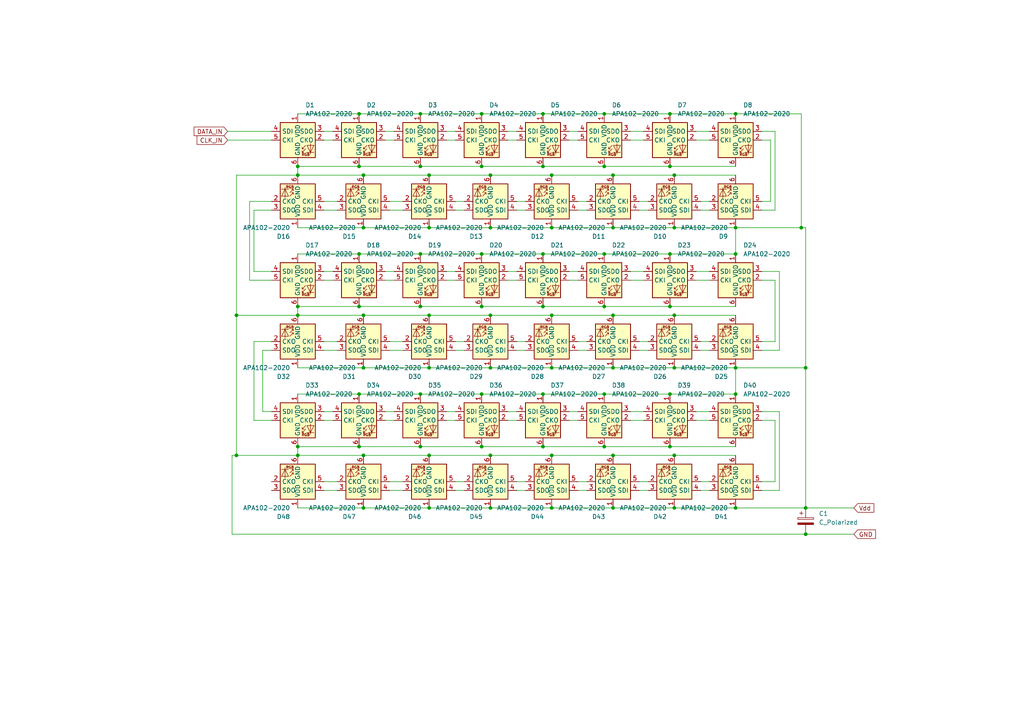
<source format=kicad_sch>
(kicad_sch (version 20230121) (generator eeschema)
  (paper "A4")
  (lib_symbols
    (symbol "Device:C_Polarized" (pin_numbers hide) (pin_names (offset 0.254))
      (property "Reference" "C" (at 0.635 2.54 0))
      (property "Value" "C_Polarized" (at 0.635 -2.54 0))
      (symbol "C_Polarized_0_1"
        (rectangle (start -2.286 0.508) (end 2.286 1.016))
        (polyline (pts (xy -1.778 2.286) (xy -0.762 2.286)))
        (polyline (pts (xy -1.27 2.794) (xy -1.27 1.778)))
        (rectangle (start 2.286 -0.508) (end -2.286 -1.016) (fill (type outline)))
      )
      (symbol "C_Polarized_1_1"
        (pin passive line (at 0 3.81 270) (length 2.794) (name "~") (number "1"))
        (pin passive line (at 0 -3.81 90) (length 2.794) (name "~") (number "2"))
      )
    )
    (symbol "LED:APA102-2020"
      (property "Reference" "D" (at 5.08 5.715 0))
      (property "Value" "APA102-2020" (at 1.27 -5.715 0))
      (symbol "APA102-2020_0_0"
        (text "RGB" (at 2.286 -4.191 0) (effects (font (size 0.762 0.762))))
      )
      (symbol "APA102-2020_0_1"
        (polyline (pts (xy 1.27 -3.556) (xy 1.778 -3.556)))
        (polyline (pts (xy 1.27 -2.54) (xy 1.778 -2.54)))
        (polyline (pts (xy 4.699 -3.556) (xy 2.667 -3.556)))
        (polyline (pts (xy 2.286 -2.54) (xy 1.27 -3.556) (xy 1.27 -3.048)))
        (polyline (pts (xy 2.286 -1.524) (xy 1.27 -2.54) (xy 1.27 -2.032)))
        (polyline (pts (xy 3.683 -1.016) (xy 3.683 -3.556) (xy 3.683 -4.064)))
        (polyline (pts (xy 4.699 -1.524) (xy 2.667 -1.524) (xy 3.683 -3.556) (xy 4.699 -1.524)))
        (rectangle (start 5.08 5.08) (end -5.08 -5.08) (stroke (width 0.254)) (fill (type background)))
      )
      (symbol "APA102-2020_1_1"
        (pin power_in line (at 0 7.62 270) (length 2.54) (name "VDD") (number "1"))
        (pin output line (at 7.62 0 180) (length 2.54) (name "CKO") (number "2"))
        (pin output line (at 7.62 2.54 180) (length 2.54) (name "SDO") (number "3"))
        (pin input line (at -7.62 2.54 0) (length 2.54) (name "SDI") (number "4"))
        (pin input line (at -7.62 0 0) (length 2.54) (name "CKI") (number "5"))
        (pin power_in line (at 0 -7.62 90) (length 2.54) (name "GND") (number "6"))
      )
    )
  )
  (junction (at 142.24 50.8))
  (junction (at 104.14 33.02))
  (junction (at 195.58 106.68))
  (junction (at 177.8 91.44))
  (junction (at 157.48 48.26))
  (junction (at 105.41 91.44))
  (junction (at 86.36 132.08))
  (junction (at 86.36 48.26))
  (junction (at 142.24 106.68))
  (junction (at 104.14 129.54))
  (junction (at 175.26 33.02))
  (junction (at 121.92 129.54))
  (junction (at 175.26 129.54))
  (junction (at 139.7 114.3))
  (junction (at 124.46 91.44))
  (junction (at 213.36 106.68))
  (junction (at 177.8 66.04))
  (junction (at 121.92 88.9))
  (junction (at 157.48 33.02))
  (junction (at 177.8 132.08))
  (junction (at 194.31 129.54))
  (junction (at 105.41 106.68))
  (junction (at 233.68 154.94))
  (junction (at 139.7 33.02))
  (junction (at 142.24 66.04))
  (junction (at 142.24 132.08))
  (junction (at 213.36 114.3))
  (junction (at 233.68 106.68))
  (junction (at 175.26 114.3))
  (junction (at 124.46 66.04))
  (junction (at 86.36 129.54))
  (junction (at 86.36 88.9))
  (junction (at 160.02 106.68))
  (junction (at 157.48 73.66))
  (junction (at 213.36 73.66))
  (junction (at 160.02 50.8))
  (junction (at 105.41 147.32))
  (junction (at 177.8 106.68))
  (junction (at 104.14 88.9))
  (junction (at 195.58 132.08))
  (junction (at 160.02 147.32))
  (junction (at 195.58 147.32))
  (junction (at 124.46 50.8))
  (junction (at 104.14 114.3))
  (junction (at 175.26 88.9))
  (junction (at 104.14 73.66))
  (junction (at 157.48 88.9))
  (junction (at 194.31 88.9))
  (junction (at 142.24 147.32))
  (junction (at 121.92 48.26))
  (junction (at 68.58 91.44))
  (junction (at 105.41 50.8))
  (junction (at 160.02 91.44))
  (junction (at 121.92 73.66))
  (junction (at 121.92 114.3))
  (junction (at 194.31 33.02))
  (junction (at 194.31 114.3))
  (junction (at 86.36 91.44))
  (junction (at 139.7 73.66))
  (junction (at 157.48 129.54))
  (junction (at 68.58 132.08))
  (junction (at 160.02 132.08))
  (junction (at 139.7 129.54))
  (junction (at 213.36 66.04))
  (junction (at 124.46 132.08))
  (junction (at 124.46 147.32))
  (junction (at 86.36 50.8))
  (junction (at 232.41 66.04))
  (junction (at 177.8 50.8))
  (junction (at 160.02 66.04))
  (junction (at 121.92 33.02))
  (junction (at 142.24 91.44))
  (junction (at 195.58 50.8))
  (junction (at 194.31 48.26))
  (junction (at 177.8 147.32))
  (junction (at 104.14 48.26))
  (junction (at 195.58 91.44))
  (junction (at 124.46 106.68))
  (junction (at 233.68 147.32))
  (junction (at 175.26 73.66))
  (junction (at 105.41 132.08))
  (junction (at 139.7 88.9))
  (junction (at 105.41 66.04))
  (junction (at 175.26 48.26))
  (junction (at 195.58 66.04))
  (junction (at 139.7 48.26))
  (junction (at 157.48 114.3))
  (junction (at 194.31 73.66))
  (junction (at 213.36 147.32))
  (junction (at 213.36 33.02))
  (wire (pts (xy 157.48 88.9) (xy 175.26 88.9)))
  (wire (pts (xy 175.26 114.3) (xy 157.48 114.3)))
  (wire (pts (xy 113.03 101.6) (xy 116.84 101.6)))
  (wire (pts (xy 124.46 132.08) (xy 142.24 132.08)))
  (wire (pts (xy 121.92 48.26) (xy 139.7 48.26)))
  (wire (pts (xy 129.54 78.74) (xy 132.08 78.74)))
  (wire (pts (xy 194.31 33.02) (xy 213.36 33.02)))
  (wire (pts (xy 167.64 139.7) (xy 170.18 139.7)))
  (wire (pts (xy 147.32 78.74) (xy 149.86 78.74)))
  (wire (pts (xy 93.98 119.38) (xy 96.52 119.38)))
  (wire (pts (xy 132.08 58.42) (xy 134.62 58.42)))
  (wire (pts (xy 224.79 38.1) (xy 224.79 60.96)))
  (wire (pts (xy 93.98 142.24) (xy 97.79 142.24)))
  (wire (pts (xy 194.31 73.66) (xy 213.36 73.66)))
  (wire (pts (xy 147.32 38.1) (xy 149.86 38.1)))
  (wire (pts (xy 111.76 38.1) (xy 114.3 38.1)))
  (wire (pts (xy 93.98 38.1) (xy 96.52 38.1)))
  (wire (pts (xy 78.74 58.42) (xy 72.39 58.42)))
  (wire (pts (xy 142.24 106.68) (xy 160.02 106.68)))
  (wire (pts (xy 86.36 88.9) (xy 86.36 91.44)))
  (wire (pts (xy 220.98 81.28) (xy 224.79 81.28)))
  (wire (pts (xy 139.7 129.54) (xy 157.48 129.54)))
  (wire (pts (xy 93.98 58.42) (xy 97.79 58.42)))
  (wire (pts (xy 201.93 81.28) (xy 205.74 81.28)))
  (wire (pts (xy 67.31 132.08) (xy 68.58 132.08)))
  (wire (pts (xy 175.26 129.54) (xy 194.31 129.54)))
  (wire (pts (xy 105.41 132.08) (xy 124.46 132.08)))
  (wire (pts (xy 226.06 119.38) (xy 226.06 142.24)))
  (wire (pts (xy 201.93 40.64) (xy 205.74 40.64)))
  (wire (pts (xy 132.08 142.24) (xy 134.62 142.24)))
  (wire (pts (xy 129.54 40.64) (xy 132.08 40.64)))
  (wire (pts (xy 86.36 50.8) (xy 105.41 50.8)))
  (wire (pts (xy 129.54 38.1) (xy 132.08 38.1)))
  (wire (pts (xy 73.66 99.06) (xy 73.66 121.92)))
  (wire (pts (xy 93.98 101.6) (xy 97.79 101.6)))
  (wire (pts (xy 165.1 40.64) (xy 167.64 40.64)))
  (wire (pts (xy 220.98 78.74) (xy 226.06 78.74)))
  (wire (pts (xy 185.42 139.7) (xy 187.96 139.7)))
  (wire (pts (xy 157.48 114.3) (xy 139.7 114.3)))
  (wire (pts (xy 78.74 78.74) (xy 73.66 78.74)))
  (wire (pts (xy 104.14 114.3) (xy 86.36 114.3)))
  (wire (pts (xy 149.86 142.24) (xy 152.4 142.24)))
  (wire (pts (xy 142.24 147.32) (xy 160.02 147.32)))
  (wire (pts (xy 213.36 66.04) (xy 213.36 73.66)))
  (wire (pts (xy 104.14 129.54) (xy 121.92 129.54)))
  (wire (pts (xy 175.26 48.26) (xy 194.31 48.26)))
  (wire (pts (xy 132.08 60.96) (xy 134.62 60.96)))
  (wire (pts (xy 195.58 66.04) (xy 213.36 66.04)))
  (wire (pts (xy 139.7 33.02) (xy 157.48 33.02)))
  (wire (pts (xy 86.36 33.02) (xy 104.14 33.02)))
  (wire (pts (xy 139.7 114.3) (xy 121.92 114.3)))
  (wire (pts (xy 182.88 81.28) (xy 186.69 81.28)))
  (wire (pts (xy 223.52 40.64) (xy 223.52 58.42)))
  (wire (pts (xy 233.68 147.32) (xy 247.65 147.32)))
  (wire (pts (xy 129.54 119.38) (xy 132.08 119.38)))
  (wire (pts (xy 157.48 33.02) (xy 175.26 33.02)))
  (wire (pts (xy 220.98 119.38) (xy 226.06 119.38)))
  (wire (pts (xy 201.93 38.1) (xy 205.74 38.1)))
  (wire (pts (xy 220.98 121.92) (xy 224.79 121.92)))
  (wire (pts (xy 226.06 78.74) (xy 226.06 101.6)))
  (wire (pts (xy 149.86 58.42) (xy 152.4 58.42)))
  (wire (pts (xy 149.86 60.96) (xy 152.4 60.96)))
  (wire (pts (xy 113.03 99.06) (xy 116.84 99.06)))
  (wire (pts (xy 86.36 129.54) (xy 104.14 129.54)))
  (wire (pts (xy 121.92 33.02) (xy 139.7 33.02)))
  (wire (pts (xy 111.76 40.64) (xy 114.3 40.64)))
  (wire (pts (xy 233.68 154.94) (xy 247.65 154.94)))
  (wire (pts (xy 139.7 88.9) (xy 157.48 88.9)))
  (wire (pts (xy 142.24 132.08) (xy 160.02 132.08)))
  (wire (pts (xy 177.8 66.04) (xy 195.58 66.04)))
  (wire (pts (xy 73.66 60.96) (xy 78.74 60.96)))
  (wire (pts (xy 175.26 88.9) (xy 194.31 88.9)))
  (wire (pts (xy 177.8 106.68) (xy 195.58 106.68)))
  (wire (pts (xy 233.68 147.32) (xy 233.68 106.68)))
  (wire (pts (xy 182.88 78.74) (xy 186.69 78.74)))
  (wire (pts (xy 142.24 50.8) (xy 160.02 50.8)))
  (wire (pts (xy 147.32 40.64) (xy 149.86 40.64)))
  (wire (pts (xy 160.02 132.08) (xy 177.8 132.08)))
  (wire (pts (xy 111.76 81.28) (xy 114.3 81.28)))
  (wire (pts (xy 139.7 48.26) (xy 157.48 48.26)))
  (wire (pts (xy 160.02 50.8) (xy 177.8 50.8)))
  (wire (pts (xy 124.46 50.8) (xy 142.24 50.8)))
  (wire (pts (xy 165.1 121.92) (xy 167.64 121.92)))
  (wire (pts (xy 68.58 91.44) (xy 68.58 132.08)))
  (wire (pts (xy 67.31 154.94) (xy 67.31 132.08)))
  (wire (pts (xy 203.2 60.96) (xy 205.74 60.96)))
  (wire (pts (xy 93.98 40.64) (xy 96.52 40.64)))
  (wire (pts (xy 194.31 114.3) (xy 175.26 114.3)))
  (wire (pts (xy 72.39 58.42) (xy 72.39 81.28)))
  (wire (pts (xy 86.36 66.04) (xy 105.41 66.04)))
  (wire (pts (xy 220.98 40.64) (xy 223.52 40.64)))
  (wire (pts (xy 182.88 121.92) (xy 186.69 121.92)))
  (wire (pts (xy 185.42 60.96) (xy 187.96 60.96)))
  (wire (pts (xy 226.06 142.24) (xy 220.98 142.24)))
  (wire (pts (xy 142.24 66.04) (xy 160.02 66.04)))
  (wire (pts (xy 86.36 50.8) (xy 68.58 50.8)))
  (wire (pts (xy 93.98 99.06) (xy 97.79 99.06)))
  (wire (pts (xy 201.93 119.38) (xy 205.74 119.38)))
  (wire (pts (xy 195.58 147.32) (xy 213.36 147.32)))
  (wire (pts (xy 105.41 66.04) (xy 124.46 66.04)))
  (wire (pts (xy 86.36 48.26) (xy 104.14 48.26)))
  (wire (pts (xy 121.92 114.3) (xy 104.14 114.3)))
  (wire (pts (xy 177.8 91.44) (xy 195.58 91.44)))
  (wire (pts (xy 105.41 106.68) (xy 124.46 106.68)))
  (wire (pts (xy 86.36 88.9) (xy 104.14 88.9)))
  (wire (pts (xy 185.42 99.06) (xy 187.96 99.06)))
  (wire (pts (xy 223.52 58.42) (xy 220.98 58.42)))
  (wire (pts (xy 213.36 114.3) (xy 194.31 114.3)))
  (wire (pts (xy 78.74 99.06) (xy 73.66 99.06)))
  (wire (pts (xy 194.31 48.26) (xy 213.36 48.26)))
  (wire (pts (xy 86.36 129.54) (xy 86.36 132.08)))
  (wire (pts (xy 93.98 121.92) (xy 96.52 121.92)))
  (wire (pts (xy 104.14 73.66) (xy 121.92 73.66)))
  (wire (pts (xy 124.46 106.68) (xy 142.24 106.68)))
  (wire (pts (xy 86.36 132.08) (xy 105.41 132.08)))
  (wire (pts (xy 213.36 147.32) (xy 233.68 147.32)))
  (wire (pts (xy 86.36 91.44) (xy 105.41 91.44)))
  (wire (pts (xy 68.58 132.08) (xy 86.36 132.08)))
  (wire (pts (xy 224.79 81.28) (xy 224.79 99.06)))
  (wire (pts (xy 195.58 50.8) (xy 213.36 50.8)))
  (wire (pts (xy 224.79 121.92) (xy 224.79 139.7)))
  (wire (pts (xy 147.32 121.92) (xy 149.86 121.92)))
  (wire (pts (xy 165.1 81.28) (xy 167.64 81.28)))
  (wire (pts (xy 182.88 119.38) (xy 186.69 119.38)))
  (wire (pts (xy 226.06 101.6) (xy 220.98 101.6)))
  (wire (pts (xy 233.68 66.04) (xy 232.41 66.04)))
  (wire (pts (xy 177.8 50.8) (xy 195.58 50.8)))
  (wire (pts (xy 182.88 38.1) (xy 186.69 38.1)))
  (wire (pts (xy 167.64 142.24) (xy 170.18 142.24)))
  (wire (pts (xy 72.39 81.28) (xy 78.74 81.28)))
  (wire (pts (xy 224.79 139.7) (xy 220.98 139.7)))
  (wire (pts (xy 66.04 38.1) (xy 78.74 38.1)))
  (wire (pts (xy 111.76 78.74) (xy 114.3 78.74)))
  (wire (pts (xy 220.98 38.1) (xy 224.79 38.1)))
  (wire (pts (xy 203.2 101.6) (xy 205.74 101.6)))
  (wire (pts (xy 203.2 58.42) (xy 205.74 58.42)))
  (wire (pts (xy 86.36 48.26) (xy 86.36 50.8)))
  (wire (pts (xy 194.31 88.9) (xy 213.36 88.9)))
  (wire (pts (xy 203.2 99.06) (xy 205.74 99.06)))
  (wire (pts (xy 124.46 91.44) (xy 142.24 91.44)))
  (wire (pts (xy 73.66 121.92) (xy 78.74 121.92)))
  (wire (pts (xy 149.86 139.7) (xy 152.4 139.7)))
  (wire (pts (xy 86.36 147.32) (xy 105.41 147.32)))
  (wire (pts (xy 76.2 101.6) (xy 76.2 119.38)))
  (wire (pts (xy 177.8 132.08) (xy 195.58 132.08)))
  (wire (pts (xy 201.93 121.92) (xy 205.74 121.92)))
  (wire (pts (xy 111.76 119.38) (xy 114.3 119.38)))
  (wire (pts (xy 104.14 88.9) (xy 121.92 88.9)))
  (wire (pts (xy 104.14 33.02) (xy 121.92 33.02)))
  (wire (pts (xy 93.98 139.7) (xy 97.79 139.7)))
  (wire (pts (xy 185.42 58.42) (xy 187.96 58.42)))
  (wire (pts (xy 233.68 106.68) (xy 233.68 66.04)))
  (wire (pts (xy 129.54 121.92) (xy 132.08 121.92)))
  (wire (pts (xy 167.64 60.96) (xy 170.18 60.96)))
  (wire (pts (xy 139.7 73.66) (xy 157.48 73.66)))
  (wire (pts (xy 105.41 147.32) (xy 124.46 147.32)))
  (wire (pts (xy 182.88 40.64) (xy 186.69 40.64)))
  (wire (pts (xy 86.36 106.68) (xy 105.41 106.68)))
  (wire (pts (xy 124.46 147.32) (xy 142.24 147.32)))
  (wire (pts (xy 129.54 81.28) (xy 132.08 81.28)))
  (wire (pts (xy 213.36 33.02) (xy 232.41 33.02)))
  (wire (pts (xy 113.03 58.42) (xy 116.84 58.42)))
  (wire (pts (xy 160.02 91.44) (xy 177.8 91.44)))
  (wire (pts (xy 93.98 60.96) (xy 97.79 60.96)))
  (wire (pts (xy 195.58 91.44) (xy 213.36 91.44)))
  (wire (pts (xy 124.46 66.04) (xy 142.24 66.04)))
  (wire (pts (xy 194.31 129.54) (xy 213.36 129.54)))
  (wire (pts (xy 93.98 81.28) (xy 96.52 81.28)))
  (wire (pts (xy 167.64 101.6) (xy 170.18 101.6)))
  (wire (pts (xy 142.24 91.44) (xy 160.02 91.44)))
  (wire (pts (xy 104.14 48.26) (xy 121.92 48.26)))
  (wire (pts (xy 157.48 73.66) (xy 175.26 73.66)))
  (wire (pts (xy 147.32 81.28) (xy 149.86 81.28)))
  (wire (pts (xy 195.58 106.68) (xy 213.36 106.68)))
  (wire (pts (xy 165.1 119.38) (xy 167.64 119.38)))
  (wire (pts (xy 177.8 147.32) (xy 195.58 147.32)))
  (wire (pts (xy 185.42 142.24) (xy 187.96 142.24)))
  (wire (pts (xy 76.2 119.38) (xy 78.74 119.38)))
  (wire (pts (xy 86.36 73.66) (xy 104.14 73.66)))
  (wire (pts (xy 201.93 78.74) (xy 205.74 78.74)))
  (wire (pts (xy 160.02 147.32) (xy 177.8 147.32)))
  (wire (pts (xy 203.2 139.7) (xy 205.74 139.7)))
  (wire (pts (xy 213.36 106.68) (xy 233.68 106.68)))
  (wire (pts (xy 147.32 119.38) (xy 149.86 119.38)))
  (wire (pts (xy 66.04 40.64) (xy 78.74 40.64)))
  (wire (pts (xy 132.08 99.06) (xy 134.62 99.06)))
  (wire (pts (xy 185.42 101.6) (xy 187.96 101.6)))
  (wire (pts (xy 232.41 33.02) (xy 232.41 66.04)))
  (wire (pts (xy 113.03 142.24) (xy 116.84 142.24)))
  (wire (pts (xy 149.86 101.6) (xy 152.4 101.6)))
  (wire (pts (xy 132.08 101.6) (xy 134.62 101.6)))
  (wire (pts (xy 175.26 73.66) (xy 194.31 73.66)))
  (wire (pts (xy 165.1 38.1) (xy 167.64 38.1)))
  (wire (pts (xy 175.26 33.02) (xy 194.31 33.02)))
  (wire (pts (xy 68.58 91.44) (xy 86.36 91.44)))
  (wire (pts (xy 105.41 50.8) (xy 124.46 50.8)))
  (wire (pts (xy 68.58 50.8) (xy 68.58 91.44)))
  (wire (pts (xy 224.79 60.96) (xy 220.98 60.96)))
  (wire (pts (xy 111.76 121.92) (xy 114.3 121.92)))
  (wire (pts (xy 224.79 99.06) (xy 220.98 99.06)))
  (wire (pts (xy 195.58 132.08) (xy 213.36 132.08)))
  (wire (pts (xy 160.02 66.04) (xy 177.8 66.04)))
  (wire (pts (xy 105.41 91.44) (xy 124.46 91.44)))
  (wire (pts (xy 213.36 106.68) (xy 213.36 114.3)))
  (wire (pts (xy 113.03 139.7) (xy 116.84 139.7)))
  (wire (pts (xy 232.41 66.04) (xy 213.36 66.04)))
  (wire (pts (xy 157.48 129.54) (xy 175.26 129.54)))
  (wire (pts (xy 121.92 129.54) (xy 139.7 129.54)))
  (wire (pts (xy 167.64 99.06) (xy 170.18 99.06)))
  (wire (pts (xy 149.86 99.06) (xy 152.4 99.06)))
  (wire (pts (xy 73.66 78.74) (xy 73.66 60.96)))
  (wire (pts (xy 157.48 48.26) (xy 175.26 48.26)))
  (wire (pts (xy 121.92 88.9) (xy 139.7 88.9)))
  (wire (pts (xy 67.31 154.94) (xy 233.68 154.94)))
  (wire (pts (xy 121.92 73.66) (xy 139.7 73.66)))
  (wire (pts (xy 78.74 101.6) (xy 76.2 101.6)))
  (wire (pts (xy 165.1 78.74) (xy 167.64 78.74)))
  (wire (pts (xy 113.03 60.96) (xy 116.84 60.96)))
  (wire (pts (xy 93.98 78.74) (xy 96.52 78.74)))
  (wire (pts (xy 132.08 139.7) (xy 134.62 139.7)))
  (wire (pts (xy 160.02 106.68) (xy 177.8 106.68)))
  (wire (pts (xy 167.64 58.42) (xy 170.18 58.42)))
  (wire (pts (xy 203.2 142.24) (xy 205.74 142.24)))
  (global_label "DATA_IN" (shape input) (at 66.04 38.1 180) (property "Intersheetrefs" "${INTERSHEET_REFS}" (effects hide)))
  (global_label "CLK_IN" (shape input) (at 66.04 40.64 180) (property "Intersheetrefs" "${INTERSHEET_REFS}" (effects hide)))
  (global_label "Vdd" (shape input) (at 247.65 147.32 0) (property "Intersheetrefs" "${INTERSHEET_REFS}" (effects hide)))
  (global_label "GND" (shape input) (at 247.65 154.94 0) (property "Intersheetrefs" "${INTERSHEET_REFS}" (effects hide)))
  (symbol (lib_id "LED:APA102-2020") (at 139.7 121.92 0) (unit 1)
    (property "Reference" "D36" (at 141.8941 111.76 0) (effects (justify left)))
    (property "Value" "APA102-2020" (at 141.8941 114.3 0) (effects (justify left)))
    (property "Footprint" "LED_SMD:LED-APA102-2020" (effects hide))
    (property "Datasheet" "http://www.led-color.com/upload/201604/APA102-2020%20SMD%20LED.pdf" (effects hide))
  )
  (symbol (lib_id "LED:APA102-2020") (at 124.46 58.42 180) (unit 1)
    (property "Reference" "D14" (at 122.2659 68.58 0) (effects (justify left)))
    (property "Value" "APA102-2020" (at 122.2659 66.04 0) (effects (justify left)))
    (property "Footprint" "LED_SMD:LED-APA102-2020" (effects hide))
    (property "Datasheet" "http://www.led-color.com/upload/201604/APA102-2020%20SMD%20LED.pdf" (effects hide))
  )
  (symbol (lib_id "LED:APA102-2020") (at 86.36 99.06 180) (unit 1)
    (property "Reference" "D32" (at 84.1659 109.22 0) (effects (justify left)))
    (property "Value" "APA102-2020" (at 84.1659 106.68 0) (effects (justify left)))
    (property "Footprint" "LED_SMD:LED-APA102-2020" (effects hide))
    (property "Datasheet" "http://www.led-color.com/upload/201604/APA102-2020%20SMD%20LED.pdf" (effects hide))
  )
  (symbol (lib_id "LED:APA102-2020") (at 213.36 58.42 180) (unit 1)
    (property "Reference" "D9" (at 211.1659 68.58 0) (effects (justify left)))
    (property "Value" "APA102-2020" (at 211.1659 66.04 0) (effects (justify left)))
    (property "Footprint" "LED_SMD:LED-APA102-2020" (effects hide))
    (property "Datasheet" "http://www.led-color.com/upload/201604/APA102-2020%20SMD%20LED.pdf" (effects hide))
  )
  (symbol (lib_id "LED:APA102-2020") (at 121.92 121.92 0) (unit 1)
    (property "Reference" "D35" (at 124.1141 111.76 0) (effects (justify left)))
    (property "Value" "APA102-2020" (at 124.1141 114.3 0) (effects (justify left)))
    (property "Footprint" "LED_SMD:LED-APA102-2020" (effects hide))
    (property "Datasheet" "http://www.led-color.com/upload/201604/APA102-2020%20SMD%20LED.pdf" (effects hide))
  )
  (symbol (lib_id "LED:APA102-2020") (at 175.26 40.64 0) (unit 1)
    (property "Reference" "D6" (at 177.4541 30.48 0) (effects (justify left)))
    (property "Value" "APA102-2020" (at 177.4541 33.02 0) (effects (justify left)))
    (property "Footprint" "LED_SMD:LED-APA102-2020" (effects hide))
    (property "Datasheet" "http://www.led-color.com/upload/201604/APA102-2020%20SMD%20LED.pdf" (effects hide))
  )
  (symbol (lib_id "LED:APA102-2020") (at 121.92 81.28 0) (unit 1)
    (property "Reference" "D19" (at 124.1141 71.12 0) (effects (justify left)))
    (property "Value" "APA102-2020" (at 124.1141 73.66 0) (effects (justify left)))
    (property "Footprint" "LED_SMD:LED-APA102-2020" (effects hide))
    (property "Datasheet" "http://www.led-color.com/upload/201604/APA102-2020%20SMD%20LED.pdf" (effects hide))
  )
  (symbol (lib_id "LED:APA102-2020") (at 124.46 139.7 180) (unit 1)
    (property "Reference" "D46" (at 122.2659 149.86 0) (effects (justify left)))
    (property "Value" "APA102-2020" (at 122.2659 147.32 0) (effects (justify left)))
    (property "Footprint" "LED_SMD:LED-APA102-2020" (effects hide))
    (property "Datasheet" "http://www.led-color.com/upload/201604/APA102-2020%20SMD%20LED.pdf" (effects hide))
  )
  (symbol (lib_id "LED:APA102-2020") (at 213.36 81.28 0) (unit 1)
    (property "Reference" "D24" (at 215.5541 71.12 0) (effects (justify left)))
    (property "Value" "APA102-2020" (at 215.5541 73.66 0) (effects (justify left)))
    (property "Footprint" "LED_SMD:LED-APA102-2020" (effects hide))
    (property "Datasheet" "http://www.led-color.com/upload/201604/APA102-2020%20SMD%20LED.pdf" (effects hide))
  )
  (symbol (lib_id "LED:APA102-2020") (at 213.36 139.7 180) (unit 1)
    (property "Reference" "D41" (at 211.1659 149.86 0) (effects (justify left)))
    (property "Value" "APA102-2020" (at 211.1659 147.32 0) (effects (justify left)))
    (property "Footprint" "LED_SMD:LED-APA102-2020" (effects hide))
    (property "Datasheet" "http://www.led-color.com/upload/201604/APA102-2020%20SMD%20LED.pdf" (effects hide))
  )
  (symbol (lib_id "LED:APA102-2020") (at 157.48 121.92 0) (unit 1)
    (property "Reference" "D37" (at 159.6741 111.76 0) (effects (justify left)))
    (property "Value" "APA102-2020" (at 159.6741 114.3 0) (effects (justify left)))
    (property "Footprint" "LED_SMD:LED-APA102-2020" (effects hide))
    (property "Datasheet" "http://www.led-color.com/upload/201604/APA102-2020%20SMD%20LED.pdf" (effects hide))
  )
  (symbol (lib_id "LED:APA102-2020") (at 86.36 121.92 0) (unit 1)
    (property "Reference" "D33" (at 88.5541 111.76 0) (effects (justify left)))
    (property "Value" "APA102-2020" (at 88.5541 114.3 0) (effects (justify left)))
    (property "Footprint" "LED_SMD:LED-APA102-2020" (effects hide))
    (property "Datasheet" "http://www.led-color.com/upload/201604/APA102-2020%20SMD%20LED.pdf" (effects hide))
  )
  (symbol (lib_id "LED:APA102-2020") (at 213.36 121.92 0) (unit 1)
    (property "Reference" "D40" (at 215.5541 111.76 0) (effects (justify left)))
    (property "Value" "APA102-2020" (at 215.5541 114.3 0) (effects (justify left)))
    (property "Footprint" "LED_SMD:LED-APA102-2020" (effects hide))
    (property "Datasheet" "http://www.led-color.com/upload/201604/APA102-2020%20SMD%20LED.pdf" (effects hide))
  )
  (symbol (lib_id "LED:APA102-2020") (at 195.58 139.7 180) (unit 1)
    (property "Reference" "D42" (at 193.3859 149.86 0) (effects (justify left)))
    (property "Value" "APA102-2020" (at 193.3859 147.32 0) (effects (justify left)))
    (property "Footprint" "LED_SMD:LED-APA102-2020" (effects hide))
    (property "Datasheet" "http://www.led-color.com/upload/201604/APA102-2020%20SMD%20LED.pdf" (effects hide))
  )
  (symbol (lib_id "LED:APA102-2020") (at 177.8 139.7 180) (unit 1)
    (property "Reference" "D43" (at 175.6059 149.86 0) (effects (justify left)))
    (property "Value" "APA102-2020" (at 175.6059 147.32 0) (effects (justify left)))
    (property "Footprint" "LED_SMD:LED-APA102-2020" (effects hide))
    (property "Datasheet" "http://www.led-color.com/upload/201604/APA102-2020%20SMD%20LED.pdf" (effects hide))
  )
  (symbol (lib_id "LED:APA102-2020") (at 194.31 40.64 0) (unit 1)
    (property "Reference" "D7" (at 196.5041 30.48 0) (effects (justify left)))
    (property "Value" "APA102-2020" (at 196.5041 33.02 0) (effects (justify left)))
    (property "Footprint" "LED_SMD:LED-APA102-2020" (effects hide))
    (property "Datasheet" "http://www.led-color.com/upload/201604/APA102-2020%20SMD%20LED.pdf" (effects hide))
  )
  (symbol (lib_id "LED:APA102-2020") (at 175.26 121.92 0) (unit 1)
    (property "Reference" "D38" (at 177.4541 111.76 0) (effects (justify left)))
    (property "Value" "APA102-2020" (at 177.4541 114.3 0) (effects (justify left)))
    (property "Footprint" "LED_SMD:LED-APA102-2020" (effects hide))
    (property "Datasheet" "http://www.led-color.com/upload/201604/APA102-2020%20SMD%20LED.pdf" (effects hide))
  )
  (symbol (lib_id "LED:APA102-2020") (at 194.31 81.28 0) (unit 1)
    (property "Reference" "D23" (at 196.5041 71.12 0) (effects (justify left)))
    (property "Value" "APA102-2020" (at 196.5041 73.66 0) (effects (justify left)))
    (property "Footprint" "LED_SMD:LED-APA102-2020" (effects hide))
    (property "Datasheet" "http://www.led-color.com/upload/201604/APA102-2020%20SMD%20LED.pdf" (effects hide))
  )
  (symbol (lib_id "LED:APA102-2020") (at 160.02 139.7 180) (unit 1)
    (property "Reference" "D44" (at 157.8259 149.86 0) (effects (justify left)))
    (property "Value" "APA102-2020" (at 157.8259 147.32 0) (effects (justify left)))
    (property "Footprint" "LED_SMD:LED-APA102-2020" (effects hide))
    (property "Datasheet" "http://www.led-color.com/upload/201604/APA102-2020%20SMD%20LED.pdf" (effects hide))
  )
  (symbol (lib_id "LED:APA102-2020") (at 142.24 99.06 180) (unit 1)
    (property "Reference" "D29" (at 140.0459 109.22 0) (effects (justify left)))
    (property "Value" "APA102-2020" (at 140.0459 106.68 0) (effects (justify left)))
    (property "Footprint" "LED_SMD:LED-APA102-2020" (effects hide))
    (property "Datasheet" "http://www.led-color.com/upload/201604/APA102-2020%20SMD%20LED.pdf" (effects hide))
  )
  (symbol (lib_id "LED:APA102-2020") (at 86.36 58.42 180) (unit 1)
    (property "Reference" "D16" (at 84.1659 68.58 0) (effects (justify left)))
    (property "Value" "APA102-2020" (at 84.1659 66.04 0) (effects (justify left)))
    (property "Footprint" "LED_SMD:LED-APA102-2020" (effects hide))
    (property "Datasheet" "http://www.led-color.com/upload/201604/APA102-2020%20SMD%20LED.pdf" (effects hide))
  )
  (symbol (lib_id "LED:APA102-2020") (at 86.36 40.64 0) (unit 1)
    (property "Reference" "D1" (at 88.5541 30.48 0) (effects (justify left)))
    (property "Value" "APA102-2020" (at 88.5541 33.02 0) (effects (justify left)))
    (property "Footprint" "LED_SMD:LED-APA102-2020" (effects hide))
    (property "Datasheet" "http://www.led-color.com/upload/201604/APA102-2020%20SMD%20LED.pdf" (effects hide))
  )
  (symbol (lib_id "LED:APA102-2020") (at 104.14 40.64 0) (unit 1)
    (property "Reference" "D2" (at 106.3341 30.48 0) (effects (justify left)))
    (property "Value" "APA102-2020" (at 106.3341 33.02 0) (effects (justify left)))
    (property "Footprint" "LED_SMD:LED-APA102-2020" (effects hide))
    (property "Datasheet" "http://www.led-color.com/upload/201604/APA102-2020%20SMD%20LED.pdf" (effects hide))
  )
  (symbol (lib_id "LED:APA102-2020") (at 194.31 121.92 0) (unit 1)
    (property "Reference" "D39" (at 196.5041 111.76 0) (effects (justify left)))
    (property "Value" "APA102-2020" (at 196.5041 114.3 0) (effects (justify left)))
    (property "Footprint" "LED_SMD:LED-APA102-2020" (effects hide))
    (property "Datasheet" "http://www.led-color.com/upload/201604/APA102-2020%20SMD%20LED.pdf" (effects hide))
  )
  (symbol (lib_id "LED:APA102-2020") (at 86.36 139.7 180) (unit 1)
    (property "Reference" "D48" (at 84.1659 149.86 0) (effects (justify left)))
    (property "Value" "APA102-2020" (at 84.1659 147.32 0) (effects (justify left)))
    (property "Footprint" "LED_SMD:LED-APA102-2020" (effects hide))
    (property "Datasheet" "http://www.led-color.com/upload/201604/APA102-2020%20SMD%20LED.pdf" (effects hide))
  )
  (symbol (lib_id "LED:APA102-2020") (at 157.48 81.28 0) (unit 1)
    (property "Reference" "D21" (at 159.6741 71.12 0) (effects (justify left)))
    (property "Value" "APA102-2020" (at 159.6741 73.66 0) (effects (justify left)))
    (property "Footprint" "LED_SMD:LED-APA102-2020" (effects hide))
    (property "Datasheet" "http://www.led-color.com/upload/201604/APA102-2020%20SMD%20LED.pdf" (effects hide))
  )
  (symbol (lib_id "LED:APA102-2020") (at 105.41 99.06 180) (unit 1)
    (property "Reference" "D31" (at 103.2159 109.22 0) (effects (justify left)))
    (property "Value" "APA102-2020" (at 103.2159 106.68 0) (effects (justify left)))
    (property "Footprint" "LED_SMD:LED-APA102-2020" (effects hide))
    (property "Datasheet" "http://www.led-color.com/upload/201604/APA102-2020%20SMD%20LED.pdf" (effects hide))
  )
  (symbol (lib_id "LED:APA102-2020") (at 104.14 121.92 0) (unit 1)
    (property "Reference" "D34" (at 106.3341 111.76 0) (effects (justify left)))
    (property "Value" "APA102-2020" (at 106.3341 114.3 0) (effects (justify left)))
    (property "Footprint" "LED_SMD:LED-APA102-2020" (effects hide))
    (property "Datasheet" "http://www.led-color.com/upload/201604/APA102-2020%20SMD%20LED.pdf" (effects hide))
  )
  (symbol (lib_id "LED:APA102-2020") (at 105.41 58.42 180) (unit 1)
    (property "Reference" "D15" (at 103.2159 68.58 0) (effects (justify left)))
    (property "Value" "APA102-2020" (at 103.2159 66.04 0) (effects (justify left)))
    (property "Footprint" "LED_SMD:LED-APA102-2020" (effects hide))
    (property "Datasheet" "http://www.led-color.com/upload/201604/APA102-2020%20SMD%20LED.pdf" (effects hide))
  )
  (symbol (lib_id "LED:APA102-2020") (at 213.36 99.06 180) (unit 1)
    (property "Reference" "D25" (at 211.1659 109.22 0) (effects (justify left)))
    (property "Value" "APA102-2020" (at 211.1659 106.68 0) (effects (justify left)))
    (property "Footprint" "LED_SMD:LED-APA102-2020" (effects hide))
    (property "Datasheet" "http://www.led-color.com/upload/201604/APA102-2020%20SMD%20LED.pdf" (effects hide))
  )
  (symbol (lib_id "LED:APA102-2020") (at 142.24 139.7 180) (unit 1)
    (property "Reference" "D45" (at 140.0459 149.86 0) (effects (justify left)))
    (property "Value" "APA102-2020" (at 140.0459 147.32 0) (effects (justify left)))
    (property "Footprint" "LED_SMD:LED-APA102-2020" (effects hide))
    (property "Datasheet" "http://www.led-color.com/upload/201604/APA102-2020%20SMD%20LED.pdf" (effects hide))
  )
  (symbol (lib_id "LED:APA102-2020") (at 195.58 99.06 180) (unit 1)
    (property "Reference" "D26" (at 193.3859 109.22 0) (effects (justify left)))
    (property "Value" "APA102-2020" (at 193.3859 106.68 0) (effects (justify left)))
    (property "Footprint" "LED_SMD:LED-APA102-2020" (effects hide))
    (property "Datasheet" "http://www.led-color.com/upload/201604/APA102-2020%20SMD%20LED.pdf" (effects hide))
  )
  (symbol (lib_id "LED:APA102-2020") (at 121.92 40.64 0) (unit 1)
    (property "Reference" "D3" (at 124.1141 30.48 0) (effects (justify left)))
    (property "Value" "APA102-2020" (at 124.1141 33.02 0) (effects (justify left)))
    (property "Footprint" "LED_SMD:LED-APA102-2020" (effects hide))
    (property "Datasheet" "http://www.led-color.com/upload/201604/APA102-2020%20SMD%20LED.pdf" (effects hide))
  )
  (symbol (lib_id "LED:APA102-2020") (at 177.8 58.42 180) (unit 1)
    (property "Reference" "D11" (at 175.6059 68.58 0) (effects (justify left)))
    (property "Value" "APA102-2020" (at 175.6059 66.04 0) (effects (justify left)))
    (property "Footprint" "LED_SMD:LED-APA102-2020" (effects hide))
    (property "Datasheet" "http://www.led-color.com/upload/201604/APA102-2020%20SMD%20LED.pdf" (effects hide))
  )
  (symbol (lib_id "Device:C_Polarized") (at 233.68 151.13 0) (unit 1)
    (property "Reference" "C1" (at 237.49 148.971 0) (effects (justify left)))
    (property "Value" "C_Polarized" (at 237.49 151.511 0) (effects (justify left)))
    (property "Footprint" "Capacitor_Tantalum_SMD:CP_EIA-7343-15_Kemet-W" (effects hide))
  )
  (symbol (lib_id "LED:APA102-2020") (at 157.48 40.64 0) (unit 1)
    (property "Reference" "D5" (at 159.6741 30.48 0) (effects (justify left)))
    (property "Value" "APA102-2020" (at 159.6741 33.02 0) (effects (justify left)))
    (property "Footprint" "LED_SMD:LED-APA102-2020" (effects hide))
    (property "Datasheet" "http://www.led-color.com/upload/201604/APA102-2020%20SMD%20LED.pdf" (effects hide))
  )
  (symbol (lib_id "LED:APA102-2020") (at 124.46 99.06 180) (unit 1)
    (property "Reference" "D30" (at 122.2659 109.22 0) (effects (justify left)))
    (property "Value" "APA102-2020" (at 122.2659 106.68 0) (effects (justify left)))
    (property "Footprint" "LED_SMD:LED-APA102-2020" (effects hide))
    (property "Datasheet" "http://www.led-color.com/upload/201604/APA102-2020%20SMD%20LED.pdf" (effects hide))
  )
  (symbol (lib_id "LED:APA102-2020") (at 139.7 40.64 0) (unit 1)
    (property "Reference" "D4" (at 141.8941 30.48 0) (effects (justify left)))
    (property "Value" "APA102-2020" (at 141.8941 33.02 0) (effects (justify left)))
    (property "Footprint" "LED_SMD:LED-APA102-2020" (effects hide))
    (property "Datasheet" "http://www.led-color.com/upload/201604/APA102-2020%20SMD%20LED.pdf" (effects hide))
  )
  (symbol (lib_id "LED:APA102-2020") (at 177.8 99.06 180) (unit 1)
    (property "Reference" "D27" (at 175.6059 109.22 0) (effects (justify left)))
    (property "Value" "APA102-2020" (at 175.6059 106.68 0) (effects (justify left)))
    (property "Footprint" "LED_SMD:LED-APA102-2020" (effects hide))
    (property "Datasheet" "http://www.led-color.com/upload/201604/APA102-2020%20SMD%20LED.pdf" (effects hide))
  )
  (symbol (lib_id "LED:APA102-2020") (at 160.02 58.42 180) (unit 1)
    (property "Reference" "D12" (at 157.8259 68.58 0) (effects (justify left)))
    (property "Value" "APA102-2020" (at 157.8259 66.04 0) (effects (justify left)))
    (property "Footprint" "LED_SMD:LED-APA102-2020" (effects hide))
    (property "Datasheet" "http://www.led-color.com/upload/201604/APA102-2020%20SMD%20LED.pdf" (effects hide))
  )
  (symbol (lib_id "LED:APA102-2020") (at 213.36 40.64 0) (unit 1)
    (property "Reference" "D8" (at 215.5541 30.48 0) (effects (justify left)))
    (property "Value" "APA102-2020" (at 215.5541 33.02 0) (effects (justify left)))
    (property "Footprint" "LED_SMD:LED-APA102-2020" (effects hide))
    (property "Datasheet" "http://www.led-color.com/upload/201604/APA102-2020%20SMD%20LED.pdf" (effects hide))
  )
  (symbol (lib_id "LED:APA102-2020") (at 104.14 81.28 0) (unit 1)
    (property "Reference" "D18" (at 106.3341 71.12 0) (effects (justify left)))
    (property "Value" "APA102-2020" (at 106.3341 73.66 0) (effects (justify left)))
    (property "Footprint" "LED_SMD:LED-APA102-2020" (effects hide))
    (property "Datasheet" "http://www.led-color.com/upload/201604/APA102-2020%20SMD%20LED.pdf" (effects hide))
  )
  (symbol (lib_id "LED:APA102-2020") (at 160.02 99.06 180) (unit 1)
    (property "Reference" "D28" (at 157.8259 109.22 0) (effects (justify left)))
    (property "Value" "APA102-2020" (at 157.8259 106.68 0) (effects (justify left)))
    (property "Footprint" "LED_SMD:LED-APA102-2020" (effects hide))
    (property "Datasheet" "http://www.led-color.com/upload/201604/APA102-2020%20SMD%20LED.pdf" (effects hide))
  )
  (symbol (lib_id "LED:APA102-2020") (at 139.7 81.28 0) (unit 1)
    (property "Reference" "D20" (at 141.8941 71.12 0) (effects (justify left)))
    (property "Value" "APA102-2020" (at 141.8941 73.66 0) (effects (justify left)))
    (property "Footprint" "LED_SMD:LED-APA102-2020" (effects hide))
    (property "Datasheet" "http://www.led-color.com/upload/201604/APA102-2020%20SMD%20LED.pdf" (effects hide))
  )
  (symbol (lib_id "LED:APA102-2020") (at 86.36 81.28 0) (unit 1)
    (property "Reference" "D17" (at 88.5541 71.12 0) (effects (justify left)))
    (property "Value" "APA102-2020" (at 88.5541 73.66 0) (effects (justify left)))
    (property "Footprint" "LED_SMD:LED-APA102-2020" (effects hide))
    (property "Datasheet" "http://www.led-color.com/upload/201604/APA102-2020%20SMD%20LED.pdf" (effects hide))
  )
  (symbol (lib_id "LED:APA102-2020") (at 105.41 139.7 180) (unit 1)
    (property "Reference" "D47" (at 103.2159 149.86 0) (effects (justify left)))
    (property "Value" "APA102-2020" (at 103.2159 147.32 0) (effects (justify left)))
    (property "Footprint" "LED_SMD:LED-APA102-2020" (effects hide))
    (property "Datasheet" "http://www.led-color.com/upload/201604/APA102-2020%20SMD%20LED.pdf" (effects hide))
  )
  (symbol (lib_id "LED:APA102-2020") (at 175.26 81.28 0) (unit 1)
    (property "Reference" "D22" (at 177.4541 71.12 0) (effects (justify left)))
    (property "Value" "APA102-2020" (at 177.4541 73.66 0) (effects (justify left)))
    (property "Footprint" "LED_SMD:LED-APA102-2020" (effects hide))
    (property "Datasheet" "http://www.led-color.com/upload/201604/APA102-2020%20SMD%20LED.pdf" (effects hide))
  )
  (symbol (lib_id "LED:APA102-2020") (at 142.24 58.42 180) (unit 1)
    (property "Reference" "D13" (at 140.0459 68.58 0) (effects (justify left)))
    (property "Value" "APA102-2020" (at 140.0459 66.04 0) (effects (justify left)))
    (property "Footprint" "LED_SMD:LED-APA102-2020" (effects hide))
    (property "Datasheet" "http://www.led-color.com/upload/201604/APA102-2020%20SMD%20LED.pdf" (effects hide))
  )
  (symbol (lib_id "LED:APA102-2020") (at 195.58 58.42 180) (unit 1)
    (property "Reference" "D10" (at 193.3859 68.58 0) (effects (justify left)))
    (property "Value" "APA102-2020" (at 193.3859 66.04 0) (effects (justify left)))
    (property "Footprint" "LED_SMD:LED-APA102-2020" (effects hide))
    (property "Datasheet" "http://www.led-color.com/upload/201604/APA102-2020%20SMD%20LED.pdf" (effects hide))
  )
)
</source>
